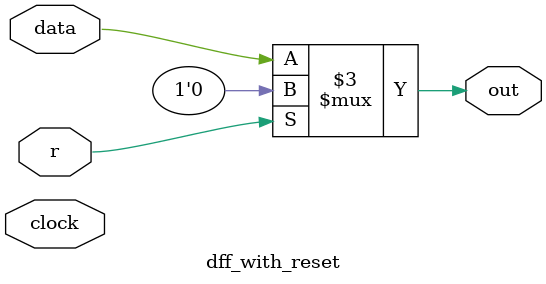
<source format=sv>
module dff_with_reset(data, clock, r, out);
input clock, r, data;
output out;
reg out;
initial begin
if (r)
out = 0;
else
out = data;
end
endmodule
</source>
